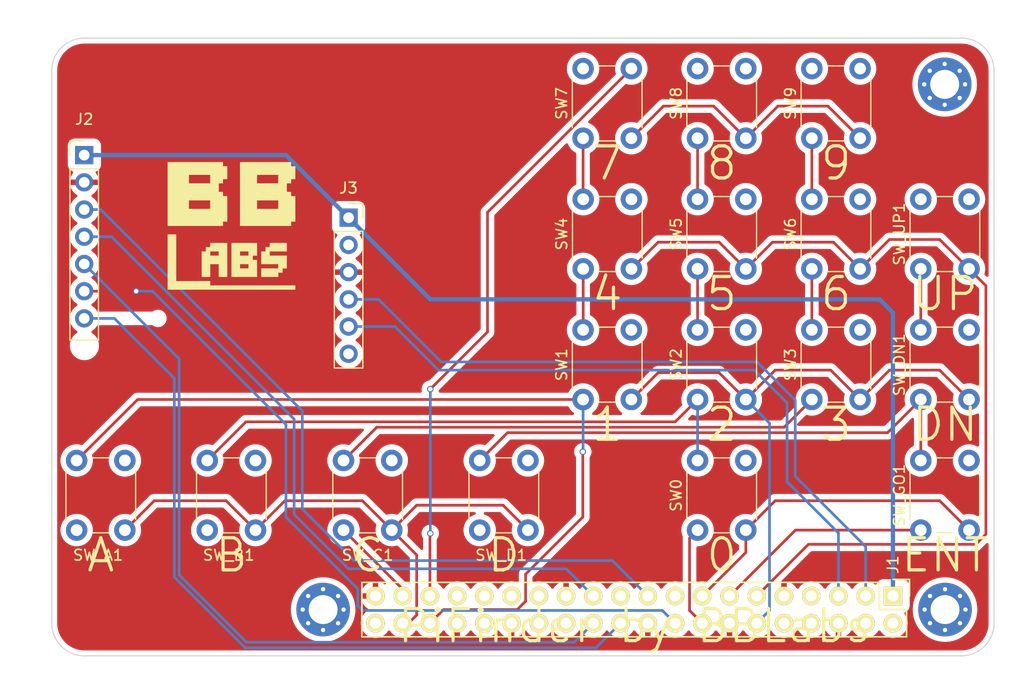
<source format=kicad_pcb>
(kicad_pcb (version 20211014) (generator pcbnew)
  (layers (0 "F.Cu" signal) (31 "B.Cu" signal) (34 "B.Paste" user) (35 "F.Paste" user) (36 "B.SilkS" user "B.Silkscreen") (37 "F.SilkS" user "F.Silkscreen") (38 "B.Mask" user) (39 "F.Mask" user) (44 "Edge.Cuts" user))
  (net 0 "")
  (net 4 "+3.3V")
  (net 21 "DISP_DIN")
  (net 22 "DISP_CLK")
  (net 23 "DISP_CS")
  (net 24 "DISP_DC")
  (net 25 "DISP_RST")
  (net 27 "GND")
  (net 28 "I2C_SDA")
  (net 29 "I2C_SCL")
  (net 30 "COL1")
  (net 31 "ROW3")
  (net 32 "COL0")
  (net 33 "ROW2")
  (net 34 "COL2")
  (net 35 "ROW1")
  (net 36 "ROW0")
  (net 37 "ROW4")
  (net 38 "COL3")
  (footprint "RSU:SW_PUSH_6mm_with_hole" (layer "F.Cu") (at 144.0434 94.6912 90)
    (fp_text reference "SW1" (at 3.25 -2 90) (layer "F.SilkS"))
    (fp_text value "SW_Push_Dual")
    (fp_line (start -0.25 1.5) (end -0.25 3) (layer "F.SilkS") (width 0.12))
    (fp_line (start 1 5.5) (end 5.5 5.5) (layer "F.SilkS") (width 0.12))
    (fp_line (start 6.75 3) (end 6.75 1.5) (layer "F.SilkS") (width 0.12))
    (fp_line (start 5.5 -1) (end 1 -1) (layer "F.SilkS") (width 0.12))
    (pad "1" thru_hole circle locked (at 0 0 180) (size 2 2) (drill 1.1) (layers *.Cu *.Mask) (net 32 "COL0"))
    (pad "1" thru_hole circle locked (at 6.5 0 180) (size 2 2) (drill 1.1) (layers *.Cu *.Mask) (net 32 "COL0"))
    (pad "2" thru_hole circle locked (at 6.5 4.5 180) (size 2 2) (drill 1.1) (layers *.Cu *.Mask) (net 33 "ROW2"))
    (pad "2" thru_hole circle locked (at 0 4.5 180) (size 2 2) (drill 1.1) (layers *.Cu *.Mask) (net 33 "ROW2"))
  )
  (footprint "RSU:SW_PUSH_6mm_with_hole" (layer "F.Cu") (at 144.0434 70.306 90)
    (fp_text reference "SW7" (at 3.25 -2 90) (layer "F.SilkS"))
    (fp_text value "SW_Push_Dual")
    (fp_line (start 1 5.5) (end 5.5 5.5) (layer "F.SilkS") (width 0.12))
    (fp_line (start 5.5 -1) (end 1 -1) (layer "F.SilkS") (width 0.12))
    (fp_line (start -0.25 1.5) (end -0.25 3) (layer "F.SilkS") (width 0.12))
    (fp_line (start 6.75 3) (end 6.75 1.5) (layer "F.SilkS") (width 0.12))
    (pad "1" thru_hole circle locked (at 6.5 0 180) (size 2 2) (drill 1.1) (layers *.Cu *.Mask) (net 32 "COL0"))
    (pad "1" thru_hole circle locked (at 0 0 180) (size 2 2) (drill 1.1) (layers *.Cu *.Mask) (net 32 "COL0"))
    (pad "2" thru_hole circle locked (at 0 4.5 180) (size 2 2) (drill 1.1) (layers *.Cu *.Mask) (net 36 "ROW0"))
    (pad "2" thru_hole circle locked (at 6.5 4.5 180) (size 2 2) (drill 1.1) (layers *.Cu *.Mask) (net 36 "ROW0"))
  )
  (footprint "RSU:Adafruit_BNO055_IMU" (layer "F.Cu") (at 122.174 77.724)
    (fp_text reference "J3" (at 0 -2.77) (layer "F.SilkS"))
    (fp_text value "IMU")
    (fp_line (start -1.33 1.27) (end -1.33 14.03) (layer "F.SilkS") (width 0.12))
    (fp_line (start 1.33 1.27) (end 1.33 14.03) (layer "F.SilkS") (width 0.12))
    (fp_line (start -1.33 1.27) (end 1.33 1.27) (layer "F.SilkS") (width 0.12))
    (fp_line (start 0 -1.33) (end 1.33 -1.33) (layer "F.SilkS") (width 0.12))
    (fp_line (start -1.33 14.03) (end 1.33 14.03) (layer "F.SilkS") (width 0.12))
    (fp_line (start 1.33 -1.33) (end 1.33 0) (layer "F.SilkS") (width 0.12))
    (pad "1" thru_hole rect (at 0 0) (size 1.7 1.7) (drill 1) (layers *.Cu *.Mask) (net 4 "+3.3V"))
    (pad "2" thru_hole oval (at 0 2.54) (size 1.7 1.7) (drill 1) (layers *.Cu *.Mask))
    (pad "3" thru_hole oval (at 0 5.08) (size 1.7 1.7) (drill 1) (layers *.Cu *.Mask) (net 27 "GND"))
    (pad "4" thru_hole oval (at 0 7.62) (size 1.7 1.7) (drill 1) (layers *.Cu *.Mask) (net 28 "I2C_SDA"))
    (pad "5" thru_hole oval (at 0 10.16) (size 1.7 1.7) (drill 1) (layers *.Cu *.Mask) (net 29 "I2C_SCL"))
    (pad "6" thru_hole oval (at 0 12.7) (size 1.7 1.7) (drill 1) (layers *.Cu *.Mask))
  )
  (footprint "Horizon:Mount_M2.5" (layer "F.Cu") (at 177.8 114.3)
    (fp_text reference "H3" hide)
    (fp_text value "Hole_Pad" hide)
    (pad "1" thru_hole circle (at 1.905 0) (size 0.7 0.7) (drill 0.4) (layers *.Cu *.Mask))
    (pad "1" thru_hole circle (at 0 -1.905) (size 0.7 0.7) (drill 0.4) (layers *.Cu *.Mask))
    (pad "1" thru_hole circle (at 0 1.905) (size 0.7 0.7) (drill 0.4) (layers *.Cu *.Mask))
    (pad "1" thru_hole circle (at -1.397 -1.27) (size 0.7 0.7) (drill 0.4) (layers *.Cu *.Mask))
    (pad "1" thru_hole circle (at -1.905 0) (size 0.7 0.7) (drill 0.4) (layers *.Cu *.Mask))
    (pad "1" thru_hole circle (at -1.397 1.27) (size 0.7 0.7) (drill 0.4) (layers *.Cu *.Mask))
    (pad "1" thru_hole circle (at 0 0) (size 5 5) (drill 2.7) (layers *.Cu *.Mask))
    (pad "1" thru_hole circle (at 1.397 -1.27) (size 0.7 0.7) (drill 0.4) (layers *.Cu *.Mask))
    (pad "1" thru_hole circle (at 1.397 1.27) (size 0.7 0.7) (drill 0.4) (layers *.Cu *.Mask))
  )
  (footprint "Horizon:Mount_M2.5" (layer "F.Cu") (at 177.768 65.278)
    (fp_text reference "H1" hide)
    (fp_text value "Hole_Pad" hide)
    (pad "1" thru_hole circle (at 0 1.905) (size 0.7 0.7) (drill 0.4) (layers *.Cu *.Mask))
    (pad "1" thru_hole circle (at 0 0) (size 5 5) (drill 2.7) (layers *.Cu *.Mask))
    (pad "1" thru_hole circle (at -1.397 -1.27) (size 0.7 0.7) (drill 0.4) (layers *.Cu *.Mask))
    (pad "1" thru_hole circle (at 0 -1.905) (size 0.7 0.7) (drill 0.4) (layers *.Cu *.Mask))
    (pad "1" thru_hole circle (at 1.397 -1.27) (size 0.7 0.7) (drill 0.4) (layers *.Cu *.Mask))
    (pad "1" thru_hole circle (at 1.905 0) (size 0.7 0.7) (drill 0.4) (layers *.Cu *.Mask))
    (pad "1" thru_hole circle (at -1.397 1.27) (size 0.7 0.7) (drill 0.4) (layers *.Cu *.Mask))
    (pad "1" thru_hole circle (at -1.905 0) (size 0.7 0.7) (drill 0.4) (layers *.Cu *.Mask))
    (pad "1" thru_hole circle (at 1.397 1.27) (size 0.7 0.7) (drill 0.4) (layers *.Cu *.Mask))
  )
  (footprint "RSU:SW_PUSH_6mm_with_hole" (layer "F.Cu") (at 144.054 82.498 90)
    (fp_text reference "SW4" (at 3.25 -2 90) (layer "F.SilkS"))
    (fp_text value "SW_Push_Dual")
    (fp_line (start 1 5.5) (end 5.5 5.5) (layer "F.SilkS") (width 0.12))
    (fp_line (start -0.25 1.5) (end -0.25 3) (layer "F.SilkS") (width 0.12))
    (fp_line (start 6.75 3) (end 6.75 1.5) (layer "F.SilkS") (width 0.12))
    (fp_line (start 5.5 -1) (end 1 -1) (layer "F.SilkS") (width 0.12))
    (pad "1" thru_hole circle locked (at 6.5 0 180) (size 2 2) (drill 1.1) (layers *.Cu *.Mask) (net 32 "COL0"))
    (pad "1" thru_hole circle locked (at 0 0 180) (size 2 2) (drill 1.1) (layers *.Cu *.Mask) (net 32 "COL0"))
    (pad "2" thru_hole circle locked (at 6.5 4.5 180) (size 2 2) (drill 1.1) (layers *.Cu *.Mask) (net 35 "ROW1"))
    (pad "2" thru_hole circle locked (at 0 4.5 180) (size 2 2) (drill 1.1) (layers *.Cu *.Mask) (net 35 "ROW1"))
  )
  (footprint "RSU:Waveshare1.5inOled" (layer "F.Cu") (at 97.536 71.882)
    (fp_text reference "J2" (at -0.022 -3.346) (layer "F.SilkS"))
    (fp_text value "display")
    (fp_line (start -1.352 0) (end -1.352 -1.33) (layer "F.SilkS") (width 0.12))
    (fp_line (start -1.352 1.27) (end 1.308 1.27) (layer "F.SilkS") (width 0.12))
    (fp_line (start -1.352 17.272) (end 1.308 17.272) (layer "F.SilkS") (width 0.12))
    (fp_line (start -1.352 -1.33) (end -0.022 -1.33) (layer "F.SilkS") (width 0.12))
    (fp_line (start -1.352 1.27) (end -1.352 17.272) (layer "F.SilkS") (width 0.12))
    (fp_line (start 1.308 1.27) (end 1.308 17.272) (layer "F.SilkS") (width 0.12))
    (pad "1" thru_hole rect (at -0.022 0) (size 1.7 1.7) (drill 1) (layers *.Cu *.Mask) (net 4 "+3.3V"))
    (pad "2" thru_hole oval (at -0.022 2.54) (size 1.7 1.7) (drill 1) (layers *.Cu *.Mask) (net 27 "GND"))
    (pad "3" thru_hole oval (at -0.022 5.08) (size 1.7 1.7) (drill 1) (layers *.Cu *.Mask) (net 21 "DISP_DIN"))
    (pad "4" thru_hole oval (at -0.022 7.62) (size 1.7 1.7) (drill 1) (layers *.Cu *.Mask) (net 22 "DISP_CLK"))
    (pad "5" thru_hole oval (at -0.022 10.16) (size 1.7 1.7) (drill 1) (layers *.Cu *.Mask) (net 23 "DISP_CS"))
    (pad "6" thru_hole oval (at -0.022 12.7) (size 1.7 1.7) (drill 1) (layers *.Cu *.Mask) (net 24 "DISP_DC"))
    (pad "7" thru_hole oval (at -0.022 15.24) (size 1.7 1.7) (drill 1) (layers *.Cu *.Mask) (net 25 "DISP_RST"))
  )
  (footprint "PiHat:Pin_Header_Straight_2x20" (layer "F.Cu") (at 148.812 114.3 -90)
    (fp_text reference "J1" (at -4.191 -24.13 90) (layer "F.SilkS"))
    (fp_text value "Raspberry_Pi_2_3")
    (fp_line (start -2.82 -25.68) (end -2.82 -24.13) (layer "F.SilkS") (width 0.15))
    (fp_line (start 0 -25.4) (end 0 -22.86) (layer "F.SilkS") (width 0.15))
    (fp_line (start -2.54 -22.86) (end -2.54 25.4) (layer "F.SilkS") (width 0.15))
    (fp_line (start 2.54 25.4) (end 2.54 -25.4) (layer "F.SilkS") (width 0.15))
    (fp_line (start -1.27 -25.68) (end -2.82 -25.68) (layer "F.SilkS") (width 0.15))
    (fp_line (start 2.54 -25.4) (end 0 -25.4) (layer "F.SilkS") (width 0.15))
    (fp_line (start 0 -22.86) (end -2.54 -22.86) (layer "F.SilkS") (width 0.15))
    (fp_line (start 2.54 25.4) (end -2.54 25.4) (layer "F.SilkS") (width 0.15))
    (pad "1" thru_hole rect locked (at -1.27 -24.13 270) (size 1.7272 1.7272) (drill 1.016) (layers *.Cu *.Mask "F.SilkS") (net 4 "+3.3V"))
    (pad "2" thru_hole oval locked (at 1.27 -24.13 270) (size 1.7272 1.7272) (drill 1.016) (layers *.Cu *.Mask "F.SilkS"))
    (pad "3" thru_hole oval locked (at -1.27 -21.59 270) (size 1.7272 1.7272) (drill 1.016) (layers *.Cu *.Mask "F.SilkS") (net 28 "I2C_SDA"))
    (pad "4" thru_hole oval locked (at 1.27 -21.59 270) (size 1.7272 1.7272) (drill 1.016) (layers *.Cu *.Mask "F.SilkS"))
    (pad "5" thru_hole oval locked (at -1.27 -19.05 270) (size 1.7272 1.7272) (drill 1.016) (layers *.Cu *.Mask "F.SilkS") (net 29 "I2C_SCL"))
    (pad "6" thru_hole oval locked (at 1.27 -19.05 270) (size 1.7272 1.7272) (drill 1.016) (layers *.Cu *.Mask "F.SilkS") (net 27 "GND"))
    (pad "7" thru_hole oval locked (at -1.27 -16.51 270) (size 1.7272 1.7272) (drill 1.016) (layers *.Cu *.Mask "F.SilkS"))
    (pad "8" thru_hole oval locked (at 1.27 -16.51 270) (size 1.7272 1.7272) (drill 1.016) (layers *.Cu *.Mask "F.SilkS"))
    (pad "9" thru_hole oval locked (at -1.27 -13.97 270) (size 1.7272 1.7272) (drill 1.016) (layers *.Cu *.Mask "F.SilkS") (net 27 "GND"))
    (pad "10" thru_hole oval locked (at 1.27 -13.97 270) (size 1.7272 1.7272) (drill 1.016) (layers *.Cu *.Mask "F.SilkS"))
    (pad "11" thru_hole oval locked (at -1.27 -11.43 270) (size 1.7272 1.7272) (drill 1.016) (layers *.Cu *.Mask "F.SilkS") (net 35 "ROW1"))
    (pad "12" thru_hole oval locked (at 1.27 -11.43 270) (size 1.7272 1.7272) (drill 1.016) (layers *.Cu *.Mask "F.SilkS") (net 33 "ROW2"))
    (pad "13" thru_hole oval locked (at -1.27 -8.89 270) (size 1.7272 1.7272) (drill 1.016) (layers *.Cu *.Mask "F.SilkS") (net 38 "COL3"))
    (pad "14" thru_hole oval locked (at 1.27 -8.89 270) (size 1.7272 1.7272) (drill 1.016) (layers *.Cu *.Mask "F.SilkS") (net 27 "GND"))
    (pad "15" thru_hole oval locked (at -1.27 -6.35 270) (size 1.7272 1.7272) (drill 1.016) (layers *.Cu *.Mask "F.SilkS") (net 31 "ROW3"))
    (pad "16" thru_hole oval locked (at 1.27 -6.35 270) (size 1.7272 1.7272) (drill 1.016) (layers *.Cu *.Mask "F.SilkS") (net 30 "COL1"))
    (pad "17" thru_hole oval locked (at -1.27 -3.81 270) (size 1.7272 1.7272) (drill 1.016) (layers *.Cu *.Mask "F.SilkS"))
    (pad "18" thru_hole oval locked (at 1.27 -3.81 270) (size 1.7272 1.7272) (drill 1.016) (layers *.Cu *.Mask "F.SilkS") (net 24 "DISP_DC"))
    (pad "19" thru_hole oval locked (at -1.27 -1.27 270) (size 1.7272 1.7272) (drill 1.016) (layers *.Cu *.Mask "F.SilkS") (net 21 "DISP_DIN"))
    (pad "20" thru_hole oval locked (at 1.27 -1.27 270) (size 1.7272 1.7272) (drill 1.016) (layers *.Cu *.Mask "F.SilkS") (net 27 "GND"))
    (pad "21" thru_hole oval locked (at -1.27 1.27 270) (size 1.7272 1.7272) (drill 1.016) (layers *.Cu *.Mask "F.SilkS"))
    (pad "22" thru_hole oval locked (at 1.27 1.27 270) (size 1.7272 1.7272) (drill 1.016) (layers *.Cu *.Mask "F.SilkS") (net 25 "DISP_RST"))
    (pad "23" thru_hole oval locked (at -1.27 3.81 270) (size 1.7272 1.7272) (drill 1.016) (layers *.Cu *.Mask "F.SilkS") (net 22 "DISP_CLK"))
    (pad "24" thru_hole oval locked (at 1.27 3.81 270) (size 1.7272 1.7272) (drill 1.016) (layers *.Cu *.Mask "F.SilkS") (net 23 "DISP_CS"))
    (pad "25" thru_hole oval locked (at -1.27 6.35 270) (size 1.7272 1.7272) (drill 1.016) (layers *.Cu *.Mask "F.SilkS") (net 27 "GND"))
    (pad "26" thru_hole oval locked (at 1.27 6.35 270) (size 1.7272 1.7272) (drill 1.016) (layers *.Cu *.Mask "F.SilkS"))
    (pad "27" thru_hole oval locked (at -1.27 8.89 270) (size 1.7272 1.7272) (drill 1.016) (layers *.Cu *.Mask "F.SilkS"))
    (pad "28" thru_hole oval locked (at 1.27 8.89 270) (size 1.7272 1.7272) (drill 1.016) (layers *.Cu *.Mask "F.SilkS"))
    (pad "29" thru_hole oval locked (at -1.27 11.43 270) (size 1.7272 1.7272) (drill 1.016) (layers *.Cu *.Mask "F.SilkS"))
    (pad "30" thru_hole oval locked (at 1.27 11.43 270) (size 1.7272 1.7272) (drill 1.016) (layers *.Cu *.Mask "F.SilkS") (net 27 "GND"))
    (pad "31" thru_hole oval locked (at -1.27 13.97 270) (size 1.7272 1.7272) (drill 1.016) (layers *.Cu *.Mask "F.SilkS"))
    (pad "32" thru_hole oval locked (at 1.27 13.97 270) (size 1.7272 1.7272) (drill 1.016) (layers *.Cu *.Mask "F.SilkS"))
    (pad "33" thru_hole oval locked (at -1.27 16.51 270) (size 1.7272 1.7272) (drill 1.016) (layers *.Cu *.Mask "F.SilkS"))
    (pad "34" thru_hole oval locked (at 1.27 16.51 270) (size 1.7272 1.7272) (drill 1.016) (layers *.Cu *.Mask "F.SilkS") (net 27 "GND"))
    (pad "35" thru_hole oval locked (at -1.27 19.05 270) (size 1.7272 1.7272) (drill 1.016) (layers *.Cu *.Mask "F.SilkS") (net 36 "ROW0"))
    (pad "36" thru_hole oval locked (at 1.27 19.05 270) (size 1.7272 1.7272) (drill 1.016) (layers *.Cu *.Mask "F.SilkS") (net 32 "COL0"))
    (pad "37" thru_hole oval locked (at -1.27 21.59 270) (size 1.7272 1.7272) (drill 1.016) (layers *.Cu *.Mask "F.SilkS") (net 34 "COL2"))
    (pad "38" thru_hole oval locked (at 1.27 21.59 270) (size 1.7272 1.7272) (drill 1.016) (layers *.Cu *.Mask "F.SilkS") (net 37 "ROW4"))
    (pad "39" thru_hole oval locked (at -1.27 24.13 270) (size 1.7272 1.7272) (drill 1.016) (layers *.Cu *.Mask "F.SilkS") (net 27 "GND"))
    (pad "40" thru_hole oval locked (at 1.27 24.13 270) (size 1.7272 1.7272) (drill 1.016) (layers *.Cu *.Mask "F.SilkS"))
  )
  (footprint "RSU:SW_PUSH_6mm_with_hole" (layer "F.Cu") (at 165.3794 70.306 90)
    (fp_text reference "SW9" (at 3.25 -2 90) (layer "F.SilkS"))
    (fp_text value "SW_Push_Dual")
    (fp_line (start -0.25 1.5) (end -0.25 3) (layer "F.SilkS") (width 0.12))
    (fp_line (start 5.5 -1) (end 1 -1) (layer "F.SilkS") (width 0.12))
    (fp_line (start 6.75 3) (end 6.75 1.5) (layer "F.SilkS") (width 0.12))
    (fp_line (start 1 5.5) (end 5.5 5.5) (layer "F.SilkS") (width 0.12))
    (pad "1" thru_hole circle locked (at 0 0 180) (size 2 2) (drill 1.1) (layers *.Cu *.Mask) (net 34 "COL2"))
    (pad "1" thru_hole circle locked (at 6.5 0 180) (size 2 2) (drill 1.1) (layers *.Cu *.Mask) (net 34 "COL2"))
    (pad "2" thru_hole circle locked (at 6.5 4.5 180) (size 2 2) (drill 1.1) (layers *.Cu *.Mask) (net 36 "ROW0"))
    (pad "2" thru_hole circle locked (at 0 4.5 180) (size 2 2) (drill 1.1) (layers *.Cu *.Mask) (net 36 "ROW0"))
  )
  (footprint "RSU:SW_PUSH_6mm_with_hole" (layer "F.Cu") (at 134.402 106.882 90)
    (fp_text reference "SW_D1" (at -2.338 1.996 180) (layer "F.SilkS"))
    (fp_text value "SW_Push_Dual")
    (fp_line (start -0.25 1.5) (end -0.25 3) (layer "F.SilkS") (width 0.12))
    (fp_line (start 5.5 -1) (end 1 -1) (layer "F.SilkS") (width 0.12))
    (fp_line (start 1 5.5) (end 5.5 5.5) (layer "F.SilkS") (width 0.12))
    (fp_line (start 6.75 3) (end 6.75 1.5) (layer "F.SilkS") (width 0.12))
    (pad "1" thru_hole circle locked (at 0 0 180) (size 2 2) (drill 1.1) (layers *.Cu *.Mask) (net 38 "COL3"))
    (pad "1" thru_hole circle locked (at 6.5 0 180) (size 2 2) (drill 1.1) (layers *.Cu *.Mask) (net 38 "COL3"))
    (pad "2" thru_hole circle locked (at 6.5 4.5 180) (size 2 2) (drill 1.1) (layers *.Cu *.Mask) (net 37 "ROW4"))
    (pad "2" thru_hole circle locked (at 0 4.5 180) (size 2 2) (drill 1.1) (layers *.Cu *.Mask) (net 37 "ROW4"))
  )
  (footprint "RSU:SW_PUSH_6mm_with_hole" (layer "F.Cu") (at 175.5394 106.8832 90)
    (fp_text reference "SW_GO1" (at 3.25 -2 90) (layer "F.SilkS"))
    (fp_text value "SW_Push_Dual")
    (fp_line (start 6.75 3) (end 6.75 1.5) (layer "F.SilkS") (width 0.12))
    (fp_line (start 5.5 -1) (end 1 -1) (layer "F.SilkS") (width 0.12))
    (fp_line (start 1 5.5) (end 5.5 5.5) (layer "F.SilkS") (width 0.12))
    (fp_line (start -0.25 1.5) (end -0.25 3) (layer "F.SilkS") (width 0.12))
    (pad "1" thru_hole circle locked (at 6.5 0 180) (size 2 2) (drill 1.1) (layers *.Cu *.Mask) (net 38 "COL3"))
    (pad "1" thru_hole circle locked (at 0 0 180) (size 2 2) (drill 1.1) (layers *.Cu *.Mask) (net 38 "COL3"))
    (pad "2" thru_hole circle locked (at 6.5 4.5 180) (size 2 2) (drill 1.1) (layers *.Cu *.Mask) (net 31 "ROW3"))
    (pad "2" thru_hole circle locked (at 0 4.5 180) (size 2 2) (drill 1.1) (layers *.Cu *.Mask) (net 31 "ROW3"))
  )
  (footprint "RSU:SW_PUSH_6mm_with_hole" (layer "F.Cu") (at 96.81 106.882 90)
    (fp_text reference "SW_A1" (at -2.338 1.996) (layer "F.SilkS"))
    (fp_text value "SW_Push_Dual")
    (fp_line (start 6.75 3) (end 6.75 1.5) (layer "F.SilkS") (width 0.12))
    (fp_line (start 5.5 -1) (end 1 -1) (layer "F.SilkS") (width 0.12))
    (fp_line (start 1 5.5) (end 5.5 5.5) (layer "F.SilkS") (width 0.12))
    (fp_line (start -0.25 1.5) (end -0.25 3) (layer "F.SilkS") (width 0.12))
    (pad "1" thru_hole circle locked (at 6.5 0 180) (size 2 2) (drill 1.1) (layers *.Cu *.Mask) (net 32 "COL0"))
    (pad "1" thru_hole circle locked (at 0 0 180) (size 2 2) (drill 1.1) (layers *.Cu *.Mask) (net 32 "COL0"))
    (pad "2" thru_hole circle locked (at 6.5 4.5 180) (size 2 2) (drill 1.1) (layers *.Cu *.Mask) (net 37 "ROW4"))
    (pad "2" thru_hole circle locked (at 0 4.5 180) (size 2 2) (drill 1.1) (layers *.Cu *.Mask) (net 37 "ROW4"))
  )
  (footprint "RSU:SW_PUSH_6mm_with_hole" (layer "F.Cu") (at 154.722 82.498 90)
    (fp_text reference "SW5" (at 3.25 -2 90) (layer "F.SilkS"))
    (fp_text value "SW_Push_Dual")
    (fp_line (start 5.5 -1) (end 1 -1) (layer "F.SilkS") (width 0.12))
    (fp_line (start 6.75 3) (end 6.75 1.5) (layer "F.SilkS") (width 0.12))
    (fp_line (start -0.25 1.5) (end -0.25 3) (layer "F.SilkS") (width 0.12))
    (fp_line (start 1 5.5) (end 5.5 5.5) (layer "F.SilkS") (width 0.12))
    (pad "1" thru_hole circle locked (at 6.5 0 180) (size 2 2) (drill 1.1) (layers *.Cu *.Mask) (net 30 "COL1"))
    (pad "1" thru_hole circle locked (at 0 0 180) (size 2 2) (drill 1.1) (layers *.Cu *.Mask) (net 30 "COL1"))
    (pad "2" thru_hole circle locked (at 0 4.5 180) (size 2 2) (drill 1.1) (layers *.Cu *.Mask) (net 35 "ROW1"))
    (pad "2" thru_hole circle locked (at 6.5 4.5 180) (size 2 2) (drill 1.1) (layers *.Cu *.Mask) (net 35 "ROW1"))
  )
  (footprint "RSU:SW_PUSH_6mm_with_hole" (layer "F.Cu") (at 108.9914 106.8832 90)
    (fp_text reference "SW_B1" (at -2.3368 2.0066) (layer "F.SilkS"))
    (fp_text value "SW_Push_Dual")
    (fp_line (start 1 5.5) (end 5.5 5.5) (layer "F.SilkS") (width 0.12))
    (fp_line (start 6.75 3) (end 6.75 1.5) (layer "F.SilkS") (width 0.12))
    (fp_line (start -0.25 1.5) (end -0.25 3) (layer "F.SilkS") (width 0.12))
    (fp_line (start 5.5 -1) (end 1 -1) (layer "F.SilkS") (width 0.12))
    (pad "1" thru_hole circle locked (at 0 0 180) (size 2 2) (drill 1.1) (layers *.Cu *.Mask) (net 30 "COL1"))
    (pad "1" thru_hole circle locked (at 6.5 0 180) (size 2 2) (drill 1.1) (layers *.Cu *.Mask) (net 30 "COL1"))
    (pad "2" thru_hole circle locked (at 6.5 4.5 180) (size 2 2) (drill 1.1) (layers *.Cu *.Mask) (net 37 "ROW4"))
    (pad "2" thru_hole circle locked (at 0 4.5 180) (size 2 2) (drill 1.1) (layers *.Cu *.Mask) (net 37 "ROW4"))
  )
  (footprint "RSU:SW_PUSH_6mm_with_hole" (layer "F.Cu") (at 154.722 94.69 90)
    (fp_text reference "SW2" (at 3.25 -2 90) (layer "F.SilkS"))
    (fp_text value "SW_Push_Dual")
    (fp_line (start 6.75 3) (end 6.75 1.5) (layer "F.SilkS") (width 0.12))
    (fp_line (start 5.5 -1) (end 1 -1) (layer "F.SilkS") (width 0.12))
    (fp_line (start -0.25 1.5) (end -0.25 3) (layer "F.SilkS") (width 0.12))
    (fp_line (start 1 5.5) (end 5.5 5.5) (layer "F.SilkS") (width 0.12))
    (pad "1" thru_hole circle locked (at 6.5 0 180) (size 2 2) (drill 1.1) (layers *.Cu *.Mask) (net 30 "COL1"))
    (pad "1" thru_hole circle locked (at 0 0 180) (size 2 2) (drill 1.1) (layers *.Cu *.Mask) (net 30 "COL1"))
    (pad "2" thru_hole circle locked (at 0 4.5 180) (size 2 2) (drill 1.1) (layers *.Cu *.Mask) (net 33 "ROW2"))
    (pad "2" thru_hole circle locked (at 6.5 4.5 180) (size 2 2) (drill 1.1) (layers *.Cu *.Mask) (net 33 "ROW2"))
  )
  (footprint "Horizon:Mount_M2.5" (layer "F.Cu") (at 119.8 114.3)
    (fp_text reference "H4" hide)
    (fp_text value "Hole_Pad" hide)
    (pad "1" thru_hole circle (at -1.905 0) (size 0.7 0.7) (drill 0.4) (layers *.Cu *.Mask))
    (pad "1" thru_hole circle (at 1.905 0) (size 0.7 0.7) (drill 0.4) (layers *.Cu *.Mask))
    (pad "1" thru_hole circle (at 1.397 1.27) (size 0.7 0.7) (drill 0.4) (layers *.Cu *.Mask))
    (pad "1" thru_hole circle (at -1.397 -1.27) (size 0.7 0.7) (drill 0.4) (layers *.Cu *.Mask))
    (pad "1" thru_hole circle (at 1.397 -1.27) (size 0.7 0.7) (drill 0.4) (layers *.Cu *.Mask))
    (pad "1" thru_hole circle (at 0 -1.905) (size 0.7 0.7) (drill 0.4) (layers *.Cu *.Mask))
    (pad "1" thru_hole circle (at -1.397 1.27) (size 0.7 0.7) (drill 0.4) (layers *.Cu *.Mask))
    (pad "1" thru_hole circle (at 0 0) (size 5 5) (drill 2.7) (layers *.Cu *.Mask))
    (pad "1" thru_hole circle (at 0 1.905) (size 0.7 0.7) (drill 0.4) (layers *.Cu *.Mask))
  )
  (footprint "RSU:SW_PUSH_6mm_with_hole" (layer "F.Cu") (at 121.702 106.882 90)
    (fp_text reference "SW_C1" (at -2.338 2.25 180) (layer "F.SilkS"))
    (fp_text value "SW_Push_Dual")
    (fp_line (start 1 5.5) (end 5.5 5.5) (layer "F.SilkS") (width 0.12))
    (fp_line (start -0.25 1.5) (end -0.25 3) (layer "F.SilkS") (width 0.12))
    (fp_line (start 5.5 -1) (end 1 -1) (layer "F.SilkS") (width 0.12))
    (fp_line (start 6.75 3) (end 6.75 1.5) (layer "F.SilkS") (width 0.12))
    (pad "1" thru_hole circle locked (at 6.5 0 180) (size 2 2) (drill 1.1) (layers *.Cu *.Mask) (net 34 "COL2"))
    (pad "1" thru_hole circle locked (at 0 0 180) (size 2 2) (drill 1.1) (layers *.Cu *.Mask) (net 34 "COL2"))
    (pad "2" thru_hole circle locked (at 0 4.5 180) (size 2 2) (drill 1.1) (layers *.Cu *.Mask) (net 37 "ROW4"))
    (pad "2" thru_hole circle locked (at 6.5 4.5 180) (size 2 2) (drill 1.1) (layers *.Cu *.Mask) (net 37 "ROW4"))
  )
  (footprint "RSU:SW_PUSH_6mm_with_hole" (layer "F.Cu") (at 175.5394 94.6912 90)
    (fp_text reference "SW_DN1" (at 3.25 -2 90) (layer "F.SilkS"))
    (fp_text value "SW_Push_Dual")
    (fp_line (start 5.5 -1) (end 1 -1) (layer "F.SilkS") (width 0.12))
    (fp_line (start -0.25 1.5) (end -0.25 3) (layer "F.SilkS") (width 0.12))
    (fp_line (start 1 5.5) (end 5.5 5.5) (layer "F.SilkS") (width 0.12))
    (fp_line (start 6.75 3) (end 6.75 1.5) (layer "F.SilkS") (width 0.12))
    (pad "1" thru_hole circle locked (at 0 0 180) (size 2 2) (drill 1.1) (layers *.Cu *.Mask) (net 38 "COL3"))
    (pad "1" thru_hole circle locked (at 6.5 0 180) (size 2 2) (drill 1.1) (layers *.Cu *.Mask) (net 38 "COL3"))
    (pad "2" thru_hole circle locked (at 6.5 4.5 180) (size 2 2) (drill 1.1) (layers *.Cu *.Mask) (net 33 "ROW2"))
    (pad "2" thru_hole circle locked (at 0 4.5 180) (size 2 2) (drill 1.1) (layers *.Cu *.Mask) (net 33 "ROW2"))
  )
  (footprint "RSU_Graphics:bblabs_logo_sml" (layer "F.Cu") (at 111.252 78.486)
    (fp_text reference "G***" hide)
    (fp_text value "LOGO" hide)
    (fp_poly (pts (xy 5.159375 2.38125) (xy 3.571875 2.38125) (xy 3.571875 2.778125) (xy 5.159375 2.778125) (xy 5.159375 3.96875) (xy 4.7625 3.96875) (xy 4.7625 4.365625) (xy 4.365625 4.365625) (xy 4.365625 4.7625) (xy 2.778125 4.7625) (xy 2.778125 3.96875) (xy 4.365625 3.96875) (xy 4.365625 3.571875) (xy 2.778125 3.571875) (xy 2.778125 2.38125) (xy 3.175 2.38125) (xy 3.175 1.984375) (xy 3.571875 1.984375) (xy 3.571875 1.5875) (xy 5.159375 1.5875) (xy 5.159375 2.38125)) (layer "F.SilkS") (width 0.01) (fill solid))
    (fp_poly (pts (xy 5.55625 -5.55625) (xy 5.953125 -5.55625) (xy 5.953125 -4.365625) (xy 5.55625 -4.365625) (xy 5.55625 -3.96875) (xy 5.159375 -3.96875) (xy 5.159375 -3.175) (xy 5.55625 -3.175) (xy 5.55625 -2.778125) (xy 5.953125 -2.778125) (xy 5.953125 -0.396875) (xy 5.55625 -0.396875) (xy 5.55625 0) (xy 0.79375 0) (xy 0.79375 -2.38125) (xy 2.38125 -2.38125) (xy 2.38125 -1.5875) (xy 4.365625 -1.5875) (xy 4.365625 -2.38125) (xy 2.38125 -2.38125) (xy 0.79375 -2.38125) (xy 0.79375 -4.7625) (xy 2.38125 -4.7625) (xy 2.38125 -3.96875) (xy 4.365625 -3.96875) (xy 4.365625 -4.7625) (xy 2.38125 -4.7625) (xy 0.79375 -4.7625) (xy 0.79375 -5.953125) (xy 5.55625 -5.953125) (xy 5.55625 -5.55625)) (layer "F.SilkS") (width 0.01) (fill solid))
    (fp_poly (pts (xy -0.79375 -5.55625) (xy -0.396875 -5.55625) (xy -0.396875 -4.365625) (xy -0.79375 -4.365625) (xy -0.79375 -3.96875) (xy -1.190625 -3.96875) (xy -1.190625 -3.175) (xy -0.79375 -3.175) (xy -0.79375 -2.778125) (xy -0.396875 -2.778125) (xy -0.396875 -0.396875) (xy -0.79375 -0.396875) (xy -0.79375 0) (xy -5.953125 0) (xy -5.953125 -2.38125) (xy -3.96875 -2.38125) (xy -3.96875 -1.5875) (xy -1.984375 -1.5875) (xy -1.984375 -2.38125) (xy -3.96875 -2.38125) (xy -5.953125 -2.38125) (xy -5.953125 -4.7625) (xy -3.96875 -4.7625) (xy -3.96875 -3.96875) (xy -1.984375 -3.96875) (xy -1.984375 -4.7625) (xy -3.96875 -4.7625) (xy -5.953125 -4.7625) (xy -5.953125 -5.953125) (xy -0.79375 -5.953125) (xy -0.79375 -5.55625)) (layer "F.SilkS") (width 0.01) (fill solid))
    (fp_poly (pts (xy -5.159375 5.159375) (xy -1.984375 5.159375) (xy -1.984375 5.55625) (xy 5.953125 5.55625) (xy 5.953125 5.953125) (xy -5.953125 5.953125) (xy -5.953125 0.79375) (xy -5.159375 0.79375) (xy -5.159375 5.159375)) (layer "F.SilkS") (width 0.01) (fill solid))
    (fp_poly (pts (xy 2.38125 2.778125) (xy 1.984375 2.778125) (xy 1.984375 3.175) (xy 2.38125 3.175) (xy 2.38125 4.7625) (xy 0 4.7625) (xy 0 3.571875) (xy 0.79375 3.571875) (xy 0.79375 3.96875) (xy 1.5875 3.96875) (xy 1.5875 3.571875) (xy 0.79375 3.571875) (xy 0 3.571875) (xy 0 2.38125) (xy 0.79375 2.38125) (xy 0.79375 2.778125) (xy 1.5875 2.778125) (xy 1.5875 2.38125) (xy 0.79375 2.38125) (xy 0 2.38125) (xy 0 1.5875) (xy 2.38125 1.5875) (xy 2.38125 2.778125)) (layer "F.SilkS") (width 0.01) (fill solid))
    (fp_poly (pts (xy -0.396875 4.7625) (xy -1.190625 4.7625) (xy -1.190625 3.571875) (xy -1.984375 3.571875) (xy -1.984375 4.7625) (xy -2.778125 4.7625) (xy -2.778125 2.38125) (xy -2.38125 2.38125) (xy -1.984375 2.38125) (xy -1.984375 2.778125) (xy -1.190625 2.778125) (xy -1.190625 2.38125) (xy -1.984375 2.38125) (xy -2.38125 2.38125) (xy -2.38125 1.984375) (xy -1.984375 1.984375) (xy -1.984375 1.5875) (xy -0.396875 1.5875) (xy -0.396875 4.7625)) (layer "F.SilkS") (width 0.01) (fill solid))
  )
  (footprint "RSU:SW_PUSH_6mm_with_hole" (layer "F.Cu") (at 154.722 106.882 90)
    (fp_text reference "SW0" (at 3.25 -2 90) (layer "F.SilkS"))
    (fp_text value "SW_Push_Dual")
    (fp_line (start 1 5.5) (end 5.5 5.5) (layer "F.SilkS") (width 0.12))
    (fp_line (start 5.5 -1) (end 1 -1) (layer "F.SilkS") (width 0.12))
    (fp_line (start -0.25 1.5) (end -0.25 3) (layer "F.SilkS") (width 0.12))
    (fp_line (start 6.75 3) (end 6.75 1.5) (layer "F.SilkS") (width 0.12))
    (pad "1" thru_hole circle locked (at 0 0 180) (size 2 2) (drill 1.1) (layers *.Cu *.Mask) (net 30 "COL1"))
    (pad "1" thru_hole circle locked (at 6.5 0 180) (size 2 2) (drill 1.1) (layers *.Cu *.Mask) (net 30 "COL1"))
    (pad "2" thru_hole circle locked (at 0 4.5 180) (size 2 2) (drill 1.1) (layers *.Cu *.Mask) (net 31 "ROW3"))
    (pad "2" thru_hole circle locked (at 6.5 4.5 180) (size 2 2) (drill 1.1) (layers *.Cu *.Mask) (net 31 "ROW3"))
  )
  (footprint "RSU:SW_PUSH_6mm_with_hole" (layer "F.Cu") (at 165.3794 94.6912 90)
    (fp_text reference "SW3" (at 3.25 -2 90) (layer "F.SilkS"))
    (fp_text value "SW_Push_Dual")
    (fp_line (start 5.5 -1) (end 1 -1) (layer "F.SilkS") (width 0.12))
    (fp_line (start -0.25 1.5) (end -0.25 3) (layer "F.SilkS") (width 0.12))
    (fp_line (start 1 5.5) (end 5.5 5.5) (layer "F.SilkS") (width 0.12))
    (fp_line (start 6.75 3) (end 6.75 1.5) (layer "F.SilkS") (width 0.12))
    (pad "1" thru_hole circle locked (at 6.5 0 180) (size 2 2) (drill 1.1) (layers *.Cu *.Mask) (net 34 "COL2"))
    (pad "1" thru_hole circle locked (at 0 0 180) (size 2 2) (drill 1.1) (layers *.Cu *.Mask) (net 34 "COL2"))
    (pad "2" thru_hole circle locked (at 6.5 4.5 180) (size 2 2) (drill 1.1) (layers *.Cu *.Mask) (net 33 "ROW2"))
    (pad "2" thru_hole circle locked (at 0 4.5 180) (size 2 2) (drill 1.1) (layers *.Cu *.Mask) (net 33 "ROW2"))
  )
  (footprint "RSU:SW_PUSH_6mm_with_hole" (layer "F.Cu") (at 165.3794 82.4992 90)
    (fp_text reference "SW6" (at 3.25 -2 90) (layer "F.SilkS"))
    (fp_text value "SW_Push_Dual")
    (fp_line (start 5.5 -1) (end 1 -1) (layer "F.SilkS") (width 0.12))
    (fp_line (start 1 5.5) (end 5.5 5.5) (layer "F.SilkS") (width 0.12))
    (fp_line (start 6.75 3) (end 6.75 1.5) (layer "F.SilkS") (width 0.12))
    (fp_line (start -0.25 1.5) (end -0.25 3) (layer "F.SilkS") (width 0.12))
    (pad "1" thru_hole circle locked (at 6.5 0 180) (size 2 2) (drill 1.1) (layers *.Cu *.Mask) (net 34 "COL2"))
    (pad "1" thru_hole circle locked (at 0 0 180) (size 2 2) (drill 1.1) (layers *.Cu *.Mask) (net 34 "COL2"))
    (pad "2" thru_hole circle locked (at 6.5 4.5 180) (size 2 2) (drill 1.1) (layers *.Cu *.Mask) (net 35 "ROW1"))
    (pad "2" thru_hole circle locked (at 0 4.5 180) (size 2 2) (drill 1.1) (layers *.Cu *.Mask) (net 35 "ROW1"))
  )
  (footprint "RSU:SW_PUSH_6mm_with_hole" (layer "F.Cu") (at 154.722 70.306 90)
    (fp_text reference "SW8" (at 3.25 -2 90) (layer "F.SilkS"))
    (fp_text value "SW_Push_Dual")
    (fp_line (start 5.5 -1) (end 1 -1) (layer "F.SilkS") (width 0.12))
    (fp_line (start -0.25 1.5) (end -0.25 3) (layer "F.SilkS") (width 0.12))
    (fp_line (start 6.75 3) (end 6.75 1.5) (layer "F.SilkS") (width 0.12))
    (fp_line (start 1 5.5) (end 5.5 5.5) (layer "F.SilkS") (width 0.12))
    (pad "1" thru_hole circle locked (at 0 0 180) (size 2 2) (drill 1.1) (layers *.Cu *.Mask) (net 30 "COL1"))
    (pad "1" thru_hole circle locked (at 6.5 0 180) (size 2 2) (drill 1.1) (layers *.Cu *.Mask) (net 30 "COL1"))
    (pad "2" thru_hole circle locked (at 6.5 4.5 180) (size 2 2) (drill 1.1) (layers *.Cu *.Mask) (net 36 "ROW0"))
    (pad "2" thru_hole circle locked (at 0 4.5 180) (size 2 2) (drill 1.1) (layers *.Cu *.Mask) (net 36 "ROW0"))
  )
  (footprint "RSU:SW_PUSH_6mm_with_hole" (layer "F.Cu") (at 175.5394 82.4992 90)
    (fp_text reference "SW_UP1" (at 3.25 -2 90) (layer "F.SilkS"))
    (fp_text value "SW_Push_Dual")
    (fp_line (start -0.25 1.5) (end -0.25 3) (layer "F.SilkS") (width 0.12))
    (fp_line (start 1 5.5) (end 5.5 5.5) (layer "F.SilkS") (width 0.12))
    (fp_line (start 5.5 -1) (end 1 -1) (layer "F.SilkS") (width 0.12))
    (fp_line (start 6.75 3) (end 6.75 1.5) (layer "F.SilkS") (width 0.12))
    (pad "1" thru_hole circle locked (at 0 0 180) (size 2 2) (drill 1.1) (layers *.Cu *.Mask) (net 38 "COL3"))
    (pad "1" thru_hole circle locked (at 6.5 0 180) (size 2 2) (drill 1.1) (layers *.Cu *.Mask) (net 38 "COL3"))
    (pad "2" thru_hole circle locked (at 6.5 4.5 180) (size 2 2) (drill 1.1) (layers *.Cu *.Mask) (net 35 "ROW1"))
    (pad "2" thru_hole circle locked (at 0 4.5 180) (size 2 2) (drill 1.1) (layers *.Cu *.Mask) (net 35 "ROW1"))
  )
  (gr_line (start 97.536 118.618) (end 179.324 118.618) (layer "Edge.Cuts") (width 0.1))
  (gr_line (start 182.372 115.57) (end 182.372 64.008) (layer "Edge.Cuts") (width 0.1))
  (gr_arc (start 182.372 115.57) (mid 181.479261 117.725261) (end 179.324 118.618) (layer "Edge.Cuts") (width 0.1))
  (gr_line (start 94.488 64.008) (end 94.488 115.57) (layer "Edge.Cuts") (width 0.1))
  (gr_arc (start 97.536 118.618) (mid 95.380739 117.725261) (end 94.488 115.57) (layer "Edge.Cuts") (width 0.1))
  (gr_line (start 179.324 60.96) (end 97.536 60.96) (layer "Edge.Cuts") (width 0.1))
  (gr_arc (start 179.324 60.96) (mid 181.479261 61.852739) (end 182.372 64.008) (layer "Edge.Cuts") (width 0.1))
  (gr_arc (start 94.488 64.008) (mid 95.380739 61.852739) (end 97.536 60.96) (layer "Edge.Cuts") (width 0.1))
  (gr_text "A" (at 99.06 109.22) (layer "F.SilkS") (effects (font (size 3 3) (thickness 0.3))))
  (gr_text "2" (at 156.972 97.028) (layer "F.SilkS") (effects (font (size 3 3) (thickness 0.3))))
  (gr_text "D" (at 136.652 109.22) (layer "F.SilkS") (effects (font (size 3 3) (thickness 0.3))))
  (gr_text "PiFinder by BBLabs" (at 148.844 115.824) (layer "F.SilkS") (effects (font (size 3 3) (thickness 0.3))))
  (gr_text "8" (at 156.972 72.644) (layer "F.SilkS") (effects (font (size 3 3) (thickness 0.3))))
  (gr_text "UP" (at 177.8 84.836) (layer "F.SilkS") (effects (font (size 3 3) (thickness 0.3))))
  (gr_text "4" (at 146.304 84.836) (layer "F.SilkS") (effects (font (size 3 3) (thickness 0.3))))
  (gr_text "7" (at 146.304 72.644) (layer "F.SilkS") (effects (font (size 3 3) (thickness 0.3))))
  (gr_text "0" (at 156.972 109.22) (layer "F.SilkS") (effects (font (size 3 3) (thickness 0.3))))
  (gr_text "5" (at 156.972 84.836) (layer "F.SilkS") (effects (font (size 3 3) (thickness 0.3))))
  (gr_text "3" (at 167.64 97.028) (layer "F.SilkS") (effects (font (size 3 3) (thickness 0.3))))
  (gr_text "9" (at 167.64 72.644) (layer "F.SilkS") (effects (font (size 3 3) (thickness 0.3))))
  (gr_text "6" (at 167.64 84.836) (layer "F.SilkS") (effects (font (size 3 3) (thickness 0.3))))
  (gr_text "1" (at 146.304 97.028) (layer "F.SilkS") (effects (font (size 3 3) (thickness 0.3))))
  (gr_text "ENT" (at 177.8 109.22) (layer "F.SilkS") (effects (font (size 3 3) (thickness 0.3))))
  (gr_text "DN" (at 177.8 97.028) (layer "F.SilkS") (effects (font (size 3 3) (thickness 0.3))))
  (gr_text "B" (at 111.252 109.22) (layer "F.SilkS") (effects (font (size 3 3) (thickness 0.3))))
  (gr_text "C" (at 123.952 109.22) (layer "F.SilkS") (effects (font (size 3 3) (thickness 0.3))))
  (segment (start 172.942 113.03) (end 172.942 86.582) (width 0.4) (layer "B.Cu") (net 4))
  (segment (start 172.942 86.582) (end 171.704 85.344) (width 0.4) (layer "B.Cu") (net 4))
  (segment (start 171.704 85.344) (end 129.794 85.344) (width 0.4) (layer "B.Cu") (net 4))
  (segment (start 116.332 71.882) (end 97.514 71.882) (width 0.4) (layer "B.Cu") (net 4))
  (segment (start 129.794 85.344) (end 122.174 77.724) (width 0.4) (layer "B.Cu") (net 4))
  (segment (start 122.174 77.724) (end 116.332 71.882) (width 0.4) (layer "B.Cu") (net 4))
  (segment (start 117.856 104.909833) (end 117.856 95.758) (width 0.25) (layer "B.Cu") (net 21))
  (segment (start 146.78 109.728) (end 122.674167 109.728) (width 0.25) (layer "B.Cu") (net 21))
  (segment (start 99.06 76.962) (end 97.514 76.962) (width 0.25) (layer "B.Cu") (net 21))
  (segment (start 117.856 95.758) (end 99.06 76.962) (width 0.25) (layer "B.Cu") (net 21))
  (segment (start 122.674167 109.728) (end 117.856 104.909833) (width 0.25) (layer "B.Cu") (net 21))
  (segment (start 150.082 113.03) (end 146.78 109.728) (width 0.25) (layer "B.Cu") (net 21))
  (segment (start 142.462 110.49) (end 122.174 110.49) (width 0.25) (layer "B.Cu") (net 22))
  (segment (start 145.002 113.03) (end 142.462 110.49) (width 0.25) (layer "B.Cu") (net 22))
  (segment (start 117.094 96.52) (end 100.076 79.502) (width 0.25) (layer "B.Cu") (net 22))
  (segment (start 122.174 110.49) (end 117.094 105.41) (width 0.25) (layer "B.Cu") (net 22))
  (segment (start 117.094 105.41) (end 117.094 96.52) (width 0.25) (layer "B.Cu") (net 22))
  (segment (start 100.076 79.502) (end 97.514 79.502) (width 0.25) (layer "B.Cu") (net 22))
  (segment (start 145.002 115.57) (end 143.224 117.348) (width 0.25) (layer "B.Cu") (net 23))
  (segment (start 112.650396 117.348) (end 106.368 111.065604) (width 0.25) (layer "B.Cu") (net 23))
  (segment (start 106.368 90.896) (end 97.514 82.042) (width 0.25) (layer "B.Cu") (net 23))
  (segment (start 143.224 117.348) (end 112.650396 117.348) (width 0.25) (layer "B.Cu") (net 23))
  (segment (start 106.368 111.065604) (end 106.368 90.896) (width 0.25) (layer "B.Cu") (net 23))
  (segment (start 102.362 84.582) (end 97.514 84.582) (width 0.25) (layer "F.Cu") (net 24))
  (via (at 102.362 84.582) (size 0.6) (drill 0.4) (layers "F.Cu" "B.Cu") (net 24))
  (segment (start 123.479328 114.3814) (end 151.4334 114.3814) (width 0.25) (layer "B.Cu") (net 24))
  (segment (start 116.332 105.664) (end 123.030929 112.362929) (width 0.25) (layer "B.Cu") (net 24))
  (segment (start 123.030929 113.933001) (end 123.479328 114.3814) (width 0.25) (layer "B.Cu") (net 24))
  (segment (start 103.886 84.582) (end 102.362 84.582) (width 0.25) (layer "B.Cu") (net 24))
  (segment (start 123.030929 112.362929) (end 123.030929 113.933001) (width 0.25) (layer "B.Cu") (net 24))
  (segment (start 106.426 87.122) (end 104.902 85.598) (width 0.25) (layer "B.Cu") (net 24))
  (segment (start 106.426 87.122) (end 116.332 97.028) (width 0.25) (layer "B.Cu") (net 24))
  (segment (start 151.4334 114.3814) (end 152.622 115.57) (width 0.25) (layer "B.Cu") (net 24))
  (segment (start 104.902 85.598) (end 103.886 84.582) (width 0.25) (layer "B.Cu") (net 24))
  (segment (start 116.332 97.028) (end 116.332 105.664) (width 0.25) (layer "B.Cu") (net 24))
  (segment (start 100.33 87.122) (end 97.514 87.122) (width 0.25) (layer "B.Cu") (net 25))
  (segment (start 105.918 92.71) (end 100.33 87.122) (width 0.25) (layer "B.Cu") (net 25))
  (segment (start 105.918 111.252) (end 105.918 92.71) (width 0.25) (layer "B.Cu") (net 25))
  (segment (start 145.256 117.856) (end 112.522 117.856) (width 0.25) (layer "B.Cu") (net 25))
  (segment (start 147.542 115.57) (end 145.256 117.856) (width 0.25) (layer "B.Cu") (net 25))
  (segment (start 112.522 117.856) (end 105.918 111.252) (width 0.25) (layer "B.Cu") (net 25))
  (segment (start 163.83 94.742) (end 163.83 101.854) (width 0.25) (layer "B.Cu") (net 28))
  (segment (start 124.968 85.344) (end 130.81 91.186) (width 0.25) (layer "B.Cu") (net 28))
  (segment (start 160.274 91.186) (end 163.83 94.742) (width 0.25) (layer "B.Cu") (net 28))
  (segment (start 122.174 85.344) (end 124.968 85.344) (width 0.25) (layer "B.Cu") (net 28))
  (segment (start 130.81 91.186) (end 160.274 91.186) (width 0.25) (layer "B.Cu") (net 28))
  (segment (start 163.83 101.854) (end 170.402 108.426) (width 0.25) (layer "B.Cu") (net 28))
  (segment (start 170.402 108.426) (end 170.402 113.03) (width 0.25) (layer "B.Cu") (net 28))
  (segment (start 163.068 94.996) (end 163.068 102.362) (width 0.25) (layer "B.Cu") (net 29))
  (segment (start 122.174 87.884) (end 126.492 87.884) (width 0.25) (layer "B.Cu") (net 29))
  (segment (start 163.068 102.362) (end 167.862 107.156) (width 0.25) (layer "B.Cu") (net 29))
  (segment (start 130.556 91.948) (end 160.02 91.948) (width 0.25) (layer "B.Cu") (net 29))
  (segment (start 160.02 91.948) (end 163.068 94.996) (width 0.25) (layer "B.Cu") (net 29))
  (segment (start 167.862 107.156) (end 167.862 113.03) (width 0.25) (layer "B.Cu") (net 29))
  (segment (start 126.492 87.884) (end 130.556 91.948) (width 0.25) (layer "B.Cu") (net 29))
  (segment (start 154.722 70.306) (end 154.722 75.998) (width 0.25) (layer "F.Cu") (net 30))
  (segment (start 154.722 82.498) (end 154.722 88.19) (width 0.25) (layer "F.Cu") (net 30))
  (segment (start 153.9734 107.6306) (end 153.9734 114.3814) (width 0.25) (layer "F.Cu") (net 30))
  (segment (start 154.722 106.882) (end 153.9734 107.6306) (width 0.25) (layer "F.Cu") (net 30))
  (segment (start 153.9734 114.3814) (end 155.162 115.57) (width 0.25) (layer "F.Cu") (net 30))
  (segment (start 154.722 94.69) (end 152.638 96.774) (width 0.25) (layer "F.Cu") (net 30))
  (segment (start 112.6006 96.774) (end 108.9914 100.3832) (width 0.25) (layer "F.Cu") (net 30))
  (segment (start 152.638 96.774) (end 112.6006 96.774) (width 0.25) (layer "F.Cu") (net 30))
  (segment (start 154.722 94.69) (end 154.722 100.382) (width 0.25) (layer "B.Cu") (net 30))
  (segment (start 180.0394 106.8832) (end 177.2962 104.14) (width 0.25) (layer "F.Cu") (net 31))
  (segment (start 159.222 108.97) (end 155.162 113.03) (width 0.25) (layer "F.Cu") (net 31))
  (segment (start 177.2962 104.14) (end 161.964 104.14) (width 0.25) (layer "F.Cu") (net 31))
  (segment (start 159.222 106.882) (end 159.222 108.97) (width 0.25) (layer "F.Cu") (net 31))
  (segment (start 161.964 104.14) (end 159.222 106.882) (width 0.25) (layer "F.Cu") (net 31))
  (segment (start 144.054 82.498) (end 144.054 88.1806) (width 0.25) (layer "F.Cu") (net 32))
  (segment (start 137.90393 114.3) (end 131.032 114.3) (width 0.25) (layer "F.Cu") (net 32))
  (segment (start 144.0434 75.9874) (end 144.054 75.998) (width 0.25) (layer "F.Cu") (net 32))
  (segment (start 138.684 110.998) (end 138.684 113.51993) (width 0.25) (layer "F.Cu") (net 32))
  (segment (start 138.684 113.51993) (end 137.90393 114.3) (width 0.25) (layer "F.Cu") (net 32))
  (segment (start 131.032 114.3) (end 129.762 115.57) (width 0.25) (layer "F.Cu") (net 32))
  (segment (start 144.018 99.568) (end 144.018 105.664) (width 0.25) (layer "F.Cu") (net 32))
  (segment (start 144.054 88.1806) (end 144.0434 88.1912) (width 0.25) (layer "F.Cu") (net 32))
  (segment (start 102.5008 94.6912) (end 96.81 100.382) (width 0.25) (layer "F.Cu") (net 32))
  (segment (start 144.018 105.664) (end 138.684 110.998) (width 0.25) (layer "F.Cu") (net 32))
  (segment (start 144.0434 70.306) (end 144.0434 75.9874) (width 0.25) (layer "F.Cu") (net 32))
  (segment (start 144.0434 94.6912) (end 102.5008 94.6912) (width 0.25) (layer "F.Cu") (net 32))
  (via (at 144.018 99.568) (size 0.6) (drill 0.4) (layers "F.Cu" "B.Cu") (net 32))
  (segment (start 144.0434 94.6912) (end 144.0434 99.5426) (width 0.25) (layer "B.Cu") (net 32))
  (segment (start 144.0434 99.5426) (end 144.018 99.568) (width 0.25) (layer "B.Cu") (net 32))
  (segment (start 172.6226 91.948) (end 169.8794 94.6912) (width 0.25) (layer "F.Cu") (net 33))
  (segment (start 159.222 94.69) (end 156.718 92.186) (width 0.25) (layer "F.Cu") (net 33))
  (segment (start 161.964 91.948) (end 159.222 94.69) (width 0.25) (layer "F.Cu") (net 33))
  (segment (start 167.1362 91.948) (end 161.964 91.948) (width 0.25) (layer "F.Cu") (net 33))
  (segment (start 180.0394 94.6912) (end 177.2962 91.948) (width 0.25) (layer "F.Cu") (net 33))
  (segment (start 169.8794 94.6912) (end 167.1362 91.948) (width 0.25) (layer "F.Cu") (net 33))
  (segment (start 177.2962 91.948) (end 172.6226 91.948) (width 0.25) (layer "F.Cu") (net 33))
  (segment (start 151.0486 92.186) (end 148.5434 94.6912) (width 0.25) (layer "F.Cu") (net 33))
  (segment (start 156.718 92.186) (end 151.0486 92.186) (width 0.25) (layer "F.Cu") (net 33))
  (segment (start 159.222 94.69) (end 161.4306 96.8986) (width 0.25) (layer "B.Cu") (net 33))
  (segment (start 161.4306 114.3814) (end 160.242 115.57) (width 0.25) (layer "B.Cu") (net 33))
  (segment (start 161.4306 96.8986) (end 161.4306 114.3814) (width 0.25) (layer "B.Cu") (net 33))
  (segment (start 127.222 112.402) (end 127.222 113.03) (width 0.25) (layer "F.Cu") (net 34))
  (segment (start 165.3794 70.306) (end 165.3794 75.9992) (width 0.25) (layer "F.Cu") (net 34))
  (segment (start 124.802 97.282) (end 121.702 100.382) (width 0.25) (layer "F.Cu") (net 34))
  (segment (start 165.3794 94.6912) (end 162.7886 97.282) (width 0.25) (layer "F.Cu") (net 34))
  (segment (start 165.3794 82.4992) (end 165.3794 88.1912) (width 0.25) (layer "F.Cu") (net 34))
  (segment (start 162.7886 97.282) (end 124.802 97.282) (width 0.25) (layer "F.Cu") (net 34))
  (segment (start 121.702 106.882) (end 127.222 112.402) (width 0.25) (layer "F.Cu") (net 34))
  (segment (start 161.71 80.01) (end 159.222 82.498) (width 0.25) (layer "F.Cu") (net 35))
  (segment (start 180.0394 82.4992) (end 181.6121 84.0719) (width 0.25) (layer "F.Cu") (net 35))
  (segment (start 156.734 80.01) (end 151.042 80.01) (width 0.25) (layer "F.Cu") (net 35))
  (segment (start 172.6226 79.756) (end 169.8794 82.4992) (width 0.25) (layer "F.Cu") (net 35))
  (segment (start 167.3902 80.01) (end 161.71 80.01) (width 0.25) (layer "F.Cu") (net 35))
  (segment (start 151.042 80.01) (end 148.554 82.498) (width 0.25) (layer "F.Cu") (net 35))
  (segment (start 180.6688 108.2082) (end 181.6121 107.2649) (width 0.25) (layer "F.Cu") (net 35))
  (segment (start 165.0638 108.2082) (end 180.6688 108.2082) (width 0.25) (layer "F.Cu") (net 35))
  (segment (start 177.2962 79.756) (end 172.6226 79.756) (width 0.25) (layer "F.Cu") (net 35))
  (segment (start 169.8794 82.4992) (end 167.3902 80.01) (width 0.25) (layer "F.Cu") (net 35))
  (segment (start 159.222 82.498) (end 156.734 80.01) (width 0.25) (layer "F.Cu") (net 35))
  (segment (start 180.0394 82.4992) (end 177.2962 79.756) (width 0.25) (layer "F.Cu") (net 35))
  (segment (start 181.6121 107.2649) (end 181.6121 84.0719) (width 0.25) (layer "F.Cu") (net 35))
  (segment (start 160.242 113.03) (end 165.0638 108.2082) (width 0.25) (layer "F.Cu") (net 35))
  (segment (start 135.128 88.392) (end 135.128 77.2214) (width 0.25) (layer "F.Cu") (net 36))
  (segment (start 129.794 93.726) (end 135.128 88.392) (width 0.25) (layer "F.Cu") (net 36))
  (segment (start 156.226 67.31) (end 151.5394 67.31) (width 0.25) (layer "F.Cu") (net 36))
  (segment (start 151.5394 67.31) (end 148.5434 70.306) (width 0.25) (layer "F.Cu") (net 36))
  (segment (start 162.218 67.31) (end 159.222 70.306) (width 0.25) (layer "F.Cu") (net 36))
  (segment (start 135.128 77.2214) (end 148.5434 63.806) (width 0.25) (layer "F.Cu") (net 36))
  (segment (start 166.8834 67.31) (end 162.218 67.31) (width 0.25) (layer "F.Cu") (net 36))
  (segment (start 129.762 107.22) (end 129.794 107.188) (width 0.25) (layer "F.Cu") (net 36))
  (segment (start 129.762 113.03) (end 129.762 107.22) (width 0.25) (layer "F.Cu") (net 36))
  (segment (start 159.222 70.306) (end 156.226 67.31) (width 0.25) (layer "F.Cu") (net 36))
  (segment (start 169.8794 70.306) (end 166.8834 67.31) (width 0.25) (layer "F.Cu") (net 36))
  (via (at 129.794 93.726) (size 0.6) (drill 0.4) (layers "F.Cu" "B.Cu") (net 36))
  (via (at 129.794 107.188) (size 0.6) (drill 0.4) (layers "F.Cu" "B.Cu") (net 36))
  (segment (start 129.794 107.188) (end 129.794 93.726) (width 0.25) (layer "B.Cu") (net 36))
  (segment (start 126.202 106.882) (end 128.524 104.56) (width 0.25) (layer "F.Cu") (net 37))
  (segment (start 127.762 115.57) (end 127.222 115.57) (width 0.25) (layer "F.Cu") (net 37))
  (segment (start 113.4914 106.8832) (end 116.2346 104.14) (width 0.25) (layer "F.Cu") (net 37))
  (segment (start 110.7482 104.14) (end 113.4914 106.8832) (width 0.25) (layer "F.Cu") (net 37))
  (segment (start 128.524 109.204) (end 128.524 114.808) (width 0.25) (layer "F.Cu") (net 37))
  (segment (start 128.524 114.808) (end 127.762 115.57) (width 0.25) (layer "F.Cu") (net 37))
  (segment (start 101.31 106.882) (end 104.052 104.14) (width 0.25) (layer "F.Cu") (net 37))
  (segment (start 123.46 104.14) (end 126.202 106.882) (width 0.25) (layer "F.Cu") (net 37))
  (segment (start 126.202 106.882) (end 128.524 109.204) (width 0.25) (layer "F.Cu") (net 37))
  (segment (start 116.2346 104.14) (end 123.46 104.14) (width 0.25) (layer "F.Cu") (net 37))
  (segment (start 128.524 104.56) (end 136.58 104.56) (width 0.25) (layer "F.Cu") (net 37))
  (segment (start 136.58 104.56) (end 138.902 106.882) (width 0.25) (layer "F.Cu") (net 37))
  (segment (start 104.052 104.14) (end 110.7482 104.14) (width 0.25) (layer "F.Cu") (net 37))
  (segment (start 172.4406 97.79) (end 136.994 97.79) (width 0.25) (layer "F.Cu") (net 38))
  (segment (start 175.5394 82.4992) (end 175.5394 88.1912) (width 0.25) (layer "F.Cu") (net 38))
  (segment (start 136.994 97.79) (end 134.402 100.382) (width 0.25) (layer "F.Cu") (net 38))
  (segment (start 175.5394 106.8832) (end 163.8488 106.8832) (width 0.25) (layer "F.Cu") (net 38))
  (segment (start 175.5394 94.6912) (end 175.5394 100.3832) (width 0.25) (layer "F.Cu") (net 38))
  (segment (start 163.8488 106.8832) (end 157.702 113.03) (width 0.25) (layer "F.Cu") (net 38))
  (segment (start 175.5394 94.6912) (end 172.4406 97.79) (width 0.25) (layer "F.Cu") (net 38))
  (zone (net 27) (net_name "GND") (layer "F.Cu") (connect_pads (clearance 0.508)) (min_thickness 0.254) (fill yes (thermal_gap 0.508) (thermal_bridge_width 0.508))
    (polygon (pts (xy 185.166 57.912) (xy 184.404 120.65) (xy 89.662 121.158) (xy 90.678 57.404)))
  )
)
</source>
